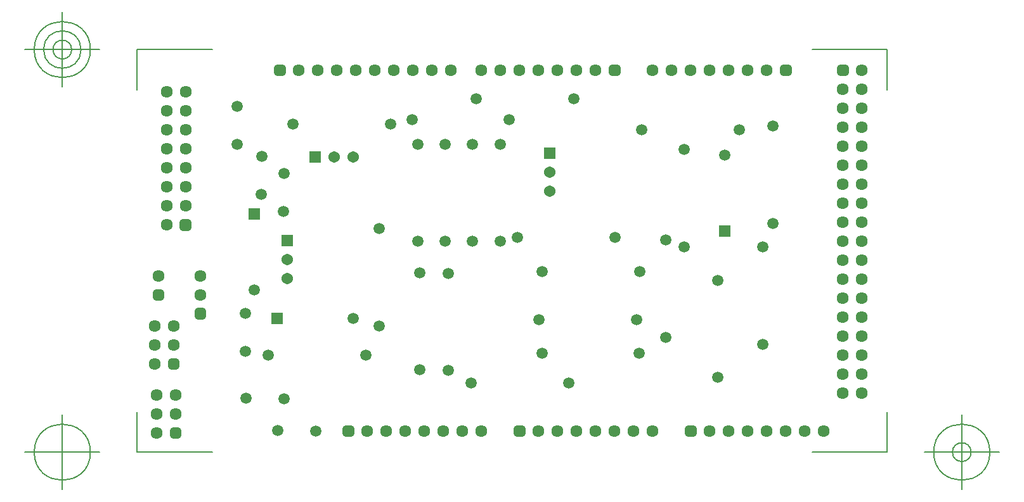
<source format=gbr>
G04 Generated by Ultiboard 14.0 *
%FSLAX34Y34*%
%MOMM*%

%ADD10C,0.0001*%
%ADD11C,0.1270*%
%ADD12C,1.6088*%
%ADD13R,0.5291X0.5291*%
%ADD14C,0.9949*%
%ADD15C,1.5000*%
%ADD16R,1.5000X1.5000*%
%ADD17C,1.5366*%
%ADD18R,1.5366X1.5366*%


G04 ColorRGB 9900CC for the following layer *
%LNSolder Mask Bottom*%
%LPD*%
G54D10*
G54D11*
X-2540Y-2540D02*
X-2540Y51308D01*
X-2540Y-2540D02*
X97568Y-2540D01*
X998540Y-2540D02*
X898432Y-2540D01*
X998540Y-2540D02*
X998540Y51308D01*
X998540Y535940D02*
X998540Y482092D01*
X998540Y535940D02*
X898432Y535940D01*
X-2540Y535940D02*
X97568Y535940D01*
X-2540Y535940D02*
X-2540Y482092D01*
X-52540Y-2540D02*
X-152540Y-2540D01*
X-102540Y-52540D02*
X-102540Y47460D01*
X-140040Y-2540D02*
G75*
D01*
G02X-140040Y-2540I37500J0*
G01*
X1048540Y-2540D02*
X1148540Y-2540D01*
X1098540Y-52540D02*
X1098540Y47460D01*
X1061040Y-2540D02*
G75*
D01*
G02X1061040Y-2540I37500J0*
G01*
X1086040Y-2540D02*
G75*
D01*
G02X1086040Y-2540I12500J0*
G01*
X-52540Y535940D02*
X-152540Y535940D01*
X-102540Y485940D02*
X-102540Y585940D01*
X-140040Y535940D02*
G75*
D01*
G02X-140040Y535940I37500J0*
G01*
X-127540Y535940D02*
G75*
D01*
G02X-127540Y535940I25000J0*
G01*
X-115040Y535940D02*
G75*
D01*
G02X-115040Y535940I12500J0*
G01*
G54D12*
X939800Y279654D03*
X939800Y432054D03*
X939800Y482854D03*
X939800Y457454D03*
X939800Y355854D03*
X939800Y381254D03*
X939800Y406654D03*
X939800Y305054D03*
X939800Y330454D03*
X939800Y101854D03*
X939800Y228854D03*
X939800Y254254D03*
X939800Y203454D03*
X939800Y152654D03*
X939800Y178054D03*
X939800Y127254D03*
X939800Y76454D03*
X965200Y279654D03*
X965200Y432054D03*
X965200Y508254D03*
X965200Y482854D03*
X965200Y457454D03*
X965200Y355854D03*
X965200Y381254D03*
X965200Y406654D03*
X965200Y305054D03*
X965200Y330454D03*
X965200Y101854D03*
X965200Y228854D03*
X965200Y254254D03*
X965200Y203454D03*
X965200Y152654D03*
X965200Y178054D03*
X965200Y127254D03*
X965200Y76454D03*
X264160Y508000D03*
X238760Y508000D03*
X213360Y508000D03*
X314960Y508000D03*
X289560Y508000D03*
X340360Y508000D03*
X391160Y508000D03*
X365760Y508000D03*
X416560Y508000D03*
X457200Y508000D03*
X584200Y508000D03*
X609600Y508000D03*
X558800Y508000D03*
X508000Y508000D03*
X533400Y508000D03*
X482600Y508000D03*
X685800Y508000D03*
X812800Y508000D03*
X838200Y508000D03*
X787400Y508000D03*
X736600Y508000D03*
X762000Y508000D03*
X711200Y508000D03*
X457200Y25400D03*
X330200Y25400D03*
X304800Y25400D03*
X355600Y25400D03*
X406400Y25400D03*
X381000Y25400D03*
X431800Y25400D03*
X685800Y25908D03*
X558800Y25908D03*
X533400Y25908D03*
X584200Y25908D03*
X635000Y25908D03*
X609600Y25908D03*
X660400Y25908D03*
X914400Y25400D03*
X787400Y25400D03*
X762000Y25400D03*
X812800Y25400D03*
X863600Y25400D03*
X838200Y25400D03*
X889000Y25400D03*
X25908Y233172D03*
X81534Y208026D03*
X81534Y233426D03*
X36576Y301244D03*
X61976Y402844D03*
X61976Y352044D03*
X61976Y326644D03*
X61976Y377444D03*
X61976Y479044D03*
X61976Y428244D03*
X61976Y453644D03*
X36576Y453644D03*
X36576Y377444D03*
X36576Y326644D03*
X36576Y352044D03*
X36576Y428244D03*
X36576Y402844D03*
X36576Y479044D03*
X23368Y23368D03*
X23368Y74168D03*
X48768Y74168D03*
X23368Y48768D03*
X48768Y48768D03*
X21082Y115570D03*
X21082Y166370D03*
X46482Y166370D03*
X21082Y140970D03*
X46482Y140970D03*
G54D13*
X939800Y508254D03*
X187960Y508000D03*
X635000Y508000D03*
X863600Y508000D03*
X279400Y25400D03*
X508000Y25908D03*
X736600Y25400D03*
X25908Y207772D03*
X81534Y182626D03*
X61976Y301244D03*
X48768Y23368D03*
X46482Y115570D03*
G54D14*
X937155Y505609D02*
X942445Y505609D01*
X942445Y510899D01*
X937155Y510899D01*
X937155Y505609D01*D02*
X185315Y505355D02*
X190605Y505355D01*
X190605Y510645D01*
X185315Y510645D01*
X185315Y505355D01*D02*
X632355Y505355D02*
X637645Y505355D01*
X637645Y510645D01*
X632355Y510645D01*
X632355Y505355D01*D02*
X860955Y505355D02*
X866245Y505355D01*
X866245Y510645D01*
X860955Y510645D01*
X860955Y505355D01*D02*
X276755Y22755D02*
X282045Y22755D01*
X282045Y28045D01*
X276755Y28045D01*
X276755Y22755D01*D02*
X505355Y23263D02*
X510645Y23263D01*
X510645Y28553D01*
X505355Y28553D01*
X505355Y23263D01*D02*
X733955Y22755D02*
X739245Y22755D01*
X739245Y28045D01*
X733955Y28045D01*
X733955Y22755D01*D02*
X23263Y205127D02*
X28553Y205127D01*
X28553Y210417D01*
X23263Y210417D01*
X23263Y205127D01*D02*
X78889Y179981D02*
X84179Y179981D01*
X84179Y185271D01*
X78889Y185271D01*
X78889Y179981D01*D02*
X59331Y298599D02*
X64621Y298599D01*
X64621Y303889D01*
X59331Y303889D01*
X59331Y298599D01*D02*
X46123Y20723D02*
X51413Y20723D01*
X51413Y26013D01*
X46123Y26013D01*
X46123Y20723D01*D02*
X43837Y112925D02*
X49127Y112925D01*
X49127Y118215D01*
X43837Y118215D01*
X43837Y112925D01*D02*
G54D15*
X154042Y214422D03*
X846582Y433530D03*
X846582Y303530D03*
X782320Y394462D03*
X833120Y271986D03*
X833120Y141986D03*
X193548Y370078D03*
X193048Y319278D03*
X505254Y284988D03*
X635254Y284988D03*
X481948Y409292D03*
X481948Y279292D03*
X445288Y409292D03*
X445288Y279292D03*
X408628Y409292D03*
X408628Y279292D03*
X371968Y409292D03*
X371968Y279292D03*
X703326Y150924D03*
X703326Y280924D03*
X533956Y175006D03*
X663956Y175006D03*
X668226Y239014D03*
X538226Y239014D03*
X727456Y402288D03*
X727456Y272288D03*
X772922Y227282D03*
X772922Y97282D03*
X320320Y296296D03*
X320320Y166296D03*
X671370Y428498D03*
X801370Y428498D03*
X163576Y392684D03*
X163076Y341884D03*
X130556Y408940D03*
X131056Y459740D03*
X285750Y176530D03*
X302720Y127254D03*
X172720Y127254D03*
X185420Y26416D03*
X236220Y25916D03*
X142494Y69342D03*
X193294Y68842D03*
X142240Y183388D03*
X141740Y132588D03*
X538020Y129540D03*
X668020Y129540D03*
X374396Y237442D03*
X374396Y107442D03*
X413258Y236680D03*
X413258Y106680D03*
X580476Y470470D03*
X450476Y470470D03*
X443532Y89662D03*
X573532Y89662D03*
X335486Y435864D03*
X205486Y435864D03*
X364284Y442468D03*
X494284Y442468D03*
G54D16*
X154042Y316022D03*
X782320Y292862D03*
X184150Y176530D03*
G54D17*
X198118Y229682D03*
X198118Y255082D03*
X286258Y392430D03*
X260858Y392430D03*
X548132Y346710D03*
X548132Y372110D03*
G54D18*
X198118Y280482D03*
X235458Y392430D03*
X548132Y397510D03*

M02*

</source>
